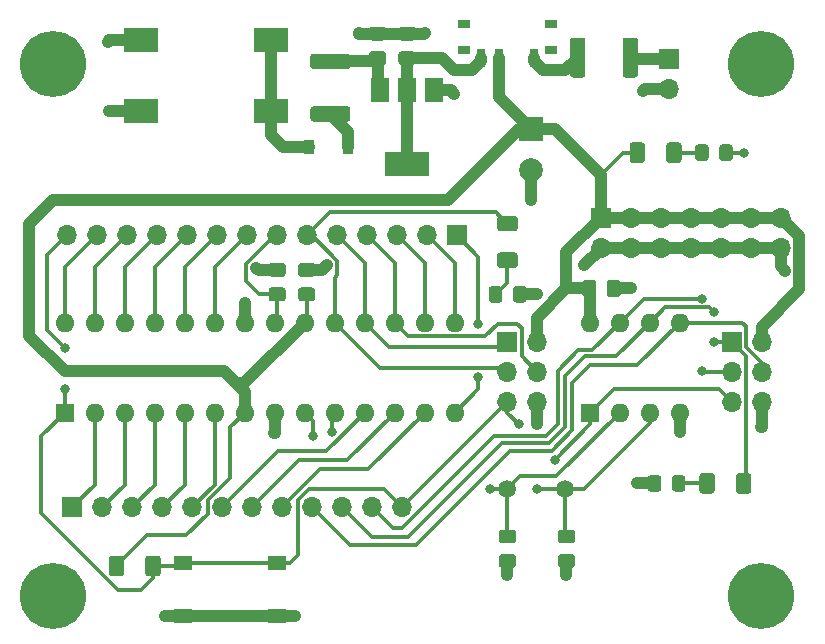
<source format=gbr>
%TF.GenerationSoftware,KiCad,Pcbnew,(5.1.7)-1*%
%TF.CreationDate,2021-07-08T13:40:54+10:00*%
%TF.ProjectId,AVRDevBoardRev1.1,41565244-6576-4426-9f61-726452657631,rev?*%
%TF.SameCoordinates,Original*%
%TF.FileFunction,Copper,L1,Top*%
%TF.FilePolarity,Positive*%
%FSLAX46Y46*%
G04 Gerber Fmt 4.6, Leading zero omitted, Abs format (unit mm)*
G04 Created by KiCad (PCBNEW (5.1.7)-1) date 2021-07-08 13:40:54*
%MOMM*%
%LPD*%
G01*
G04 APERTURE LIST*
%TA.AperFunction,ComponentPad*%
%ADD10R,2.000000X2.000000*%
%TD*%
%TA.AperFunction,ComponentPad*%
%ADD11C,2.000000*%
%TD*%
%TA.AperFunction,SMDPad,CuDef*%
%ADD12R,0.900000X1.200000*%
%TD*%
%TA.AperFunction,ComponentPad*%
%ADD13C,5.600000*%
%TD*%
%TA.AperFunction,ComponentPad*%
%ADD14R,1.700000X1.700000*%
%TD*%
%TA.AperFunction,ComponentPad*%
%ADD15O,1.700000X1.700000*%
%TD*%
%TA.AperFunction,SMDPad,CuDef*%
%ADD16R,3.000000X2.000000*%
%TD*%
%TA.AperFunction,SMDPad,CuDef*%
%ADD17R,0.700000X1.500000*%
%TD*%
%TA.AperFunction,SMDPad,CuDef*%
%ADD18R,1.000000X0.800000*%
%TD*%
%TA.AperFunction,SMDPad,CuDef*%
%ADD19R,1.550000X1.300000*%
%TD*%
%TA.AperFunction,SMDPad,CuDef*%
%ADD20R,3.800000X2.000000*%
%TD*%
%TA.AperFunction,SMDPad,CuDef*%
%ADD21R,1.500000X2.000000*%
%TD*%
%TA.AperFunction,ComponentPad*%
%ADD22R,1.600000X1.600000*%
%TD*%
%TA.AperFunction,ComponentPad*%
%ADD23O,1.600000X1.600000*%
%TD*%
%TA.AperFunction,ComponentPad*%
%ADD24C,1.500000*%
%TD*%
%TA.AperFunction,ViaPad*%
%ADD25C,0.800000*%
%TD*%
%TA.AperFunction,Conductor*%
%ADD26C,1.000000*%
%TD*%
%TA.AperFunction,Conductor*%
%ADD27C,0.300000*%
%TD*%
G04 APERTURE END LIST*
D10*
%TO.P,C1,1*%
%TO.N,+5V*%
X127500000Y-94500000D03*
D11*
%TO.P,C1,2*%
%TO.N,GND*%
X127500000Y-98000000D03*
%TD*%
%TO.P,C2,1*%
%TO.N,Net-(C2-Pad1)*%
%TA.AperFunction,SMDPad,CuDef*%
G36*
G01*
X114975000Y-89087500D02*
X114025000Y-89087500D01*
G75*
G02*
X113775000Y-88837500I0J250000D01*
G01*
X113775000Y-88162500D01*
G75*
G02*
X114025000Y-87912500I250000J0D01*
G01*
X114975000Y-87912500D01*
G75*
G02*
X115225000Y-88162500I0J-250000D01*
G01*
X115225000Y-88837500D01*
G75*
G02*
X114975000Y-89087500I-250000J0D01*
G01*
G37*
%TD.AperFunction*%
%TO.P,C2,2*%
%TO.N,GND*%
%TA.AperFunction,SMDPad,CuDef*%
G36*
G01*
X114975000Y-87012500D02*
X114025000Y-87012500D01*
G75*
G02*
X113775000Y-86762500I0J250000D01*
G01*
X113775000Y-86087500D01*
G75*
G02*
X114025000Y-85837500I250000J0D01*
G01*
X114975000Y-85837500D01*
G75*
G02*
X115225000Y-86087500I0J-250000D01*
G01*
X115225000Y-86762500D01*
G75*
G02*
X114975000Y-87012500I-250000J0D01*
G01*
G37*
%TD.AperFunction*%
%TD*%
%TO.P,C3,2*%
%TO.N,GND*%
%TA.AperFunction,SMDPad,CuDef*%
G36*
G01*
X117475000Y-87012500D02*
X116525000Y-87012500D01*
G75*
G02*
X116275000Y-86762500I0J250000D01*
G01*
X116275000Y-86087500D01*
G75*
G02*
X116525000Y-85837500I250000J0D01*
G01*
X117475000Y-85837500D01*
G75*
G02*
X117725000Y-86087500I0J-250000D01*
G01*
X117725000Y-86762500D01*
G75*
G02*
X117475000Y-87012500I-250000J0D01*
G01*
G37*
%TD.AperFunction*%
%TO.P,C3,1*%
%TO.N,Net-(C3-Pad1)*%
%TA.AperFunction,SMDPad,CuDef*%
G36*
G01*
X117475000Y-89087500D02*
X116525000Y-89087500D01*
G75*
G02*
X116275000Y-88837500I0J250000D01*
G01*
X116275000Y-88162500D01*
G75*
G02*
X116525000Y-87912500I250000J0D01*
G01*
X117475000Y-87912500D01*
G75*
G02*
X117725000Y-88162500I0J-250000D01*
G01*
X117725000Y-88837500D01*
G75*
G02*
X117475000Y-89087500I-250000J0D01*
G01*
G37*
%TD.AperFunction*%
%TD*%
%TO.P,C4,1*%
%TO.N,XTAL1*%
%TA.AperFunction,SMDPad,CuDef*%
G36*
G01*
X125025000Y-128412500D02*
X125975000Y-128412500D01*
G75*
G02*
X126225000Y-128662500I0J-250000D01*
G01*
X126225000Y-129337500D01*
G75*
G02*
X125975000Y-129587500I-250000J0D01*
G01*
X125025000Y-129587500D01*
G75*
G02*
X124775000Y-129337500I0J250000D01*
G01*
X124775000Y-128662500D01*
G75*
G02*
X125025000Y-128412500I250000J0D01*
G01*
G37*
%TD.AperFunction*%
%TO.P,C4,2*%
%TO.N,GND*%
%TA.AperFunction,SMDPad,CuDef*%
G36*
G01*
X125025000Y-130487500D02*
X125975000Y-130487500D01*
G75*
G02*
X126225000Y-130737500I0J-250000D01*
G01*
X126225000Y-131412500D01*
G75*
G02*
X125975000Y-131662500I-250000J0D01*
G01*
X125025000Y-131662500D01*
G75*
G02*
X124775000Y-131412500I0J250000D01*
G01*
X124775000Y-130737500D01*
G75*
G02*
X125025000Y-130487500I250000J0D01*
G01*
G37*
%TD.AperFunction*%
%TD*%
%TO.P,C5,2*%
%TO.N,GND*%
%TA.AperFunction,SMDPad,CuDef*%
G36*
G01*
X130025000Y-130487500D02*
X130975000Y-130487500D01*
G75*
G02*
X131225000Y-130737500I0J-250000D01*
G01*
X131225000Y-131412500D01*
G75*
G02*
X130975000Y-131662500I-250000J0D01*
G01*
X130025000Y-131662500D01*
G75*
G02*
X129775000Y-131412500I0J250000D01*
G01*
X129775000Y-130737500D01*
G75*
G02*
X130025000Y-130487500I250000J0D01*
G01*
G37*
%TD.AperFunction*%
%TO.P,C5,1*%
%TO.N,XTAL2*%
%TA.AperFunction,SMDPad,CuDef*%
G36*
G01*
X130025000Y-128412500D02*
X130975000Y-128412500D01*
G75*
G02*
X131225000Y-128662500I0J-250000D01*
G01*
X131225000Y-129337500D01*
G75*
G02*
X130975000Y-129587500I-250000J0D01*
G01*
X130025000Y-129587500D01*
G75*
G02*
X129775000Y-129337500I0J250000D01*
G01*
X129775000Y-128662500D01*
G75*
G02*
X130025000Y-128412500I250000J0D01*
G01*
G37*
%TD.AperFunction*%
%TD*%
%TO.P,C6,1*%
%TO.N,+5V*%
%TA.AperFunction,SMDPad,CuDef*%
G36*
G01*
X108975000Y-109087500D02*
X108025000Y-109087500D01*
G75*
G02*
X107775000Y-108837500I0J250000D01*
G01*
X107775000Y-108162500D01*
G75*
G02*
X108025000Y-107912500I250000J0D01*
G01*
X108975000Y-107912500D01*
G75*
G02*
X109225000Y-108162500I0J-250000D01*
G01*
X109225000Y-108837500D01*
G75*
G02*
X108975000Y-109087500I-250000J0D01*
G01*
G37*
%TD.AperFunction*%
%TO.P,C6,2*%
%TO.N,GND*%
%TA.AperFunction,SMDPad,CuDef*%
G36*
G01*
X108975000Y-107012500D02*
X108025000Y-107012500D01*
G75*
G02*
X107775000Y-106762500I0J250000D01*
G01*
X107775000Y-106087500D01*
G75*
G02*
X108025000Y-105837500I250000J0D01*
G01*
X108975000Y-105837500D01*
G75*
G02*
X109225000Y-106087500I0J-250000D01*
G01*
X109225000Y-106762500D01*
G75*
G02*
X108975000Y-107012500I-250000J0D01*
G01*
G37*
%TD.AperFunction*%
%TD*%
%TO.P,C7,1*%
%TO.N,AREF*%
%TA.AperFunction,SMDPad,CuDef*%
G36*
G01*
X106475000Y-109087500D02*
X105525000Y-109087500D01*
G75*
G02*
X105275000Y-108837500I0J250000D01*
G01*
X105275000Y-108162500D01*
G75*
G02*
X105525000Y-107912500I250000J0D01*
G01*
X106475000Y-107912500D01*
G75*
G02*
X106725000Y-108162500I0J-250000D01*
G01*
X106725000Y-108837500D01*
G75*
G02*
X106475000Y-109087500I-250000J0D01*
G01*
G37*
%TD.AperFunction*%
%TO.P,C7,2*%
%TO.N,GND*%
%TA.AperFunction,SMDPad,CuDef*%
G36*
G01*
X106475000Y-107012500D02*
X105525000Y-107012500D01*
G75*
G02*
X105275000Y-106762500I0J250000D01*
G01*
X105275000Y-106087500D01*
G75*
G02*
X105525000Y-105837500I250000J0D01*
G01*
X106475000Y-105837500D01*
G75*
G02*
X106725000Y-106087500I0J-250000D01*
G01*
X106725000Y-106762500D01*
G75*
G02*
X106475000Y-107012500I-250000J0D01*
G01*
G37*
%TD.AperFunction*%
%TD*%
%TO.P,C8,2*%
%TO.N,GND*%
%TA.AperFunction,SMDPad,CuDef*%
G36*
G01*
X133912500Y-108475000D02*
X133912500Y-107525000D01*
G75*
G02*
X134162500Y-107275000I250000J0D01*
G01*
X134837500Y-107275000D01*
G75*
G02*
X135087500Y-107525000I0J-250000D01*
G01*
X135087500Y-108475000D01*
G75*
G02*
X134837500Y-108725000I-250000J0D01*
G01*
X134162500Y-108725000D01*
G75*
G02*
X133912500Y-108475000I0J250000D01*
G01*
G37*
%TD.AperFunction*%
%TO.P,C8,1*%
%TO.N,+5V*%
%TA.AperFunction,SMDPad,CuDef*%
G36*
G01*
X131837500Y-108475000D02*
X131837500Y-107525000D01*
G75*
G02*
X132087500Y-107275000I250000J0D01*
G01*
X132762500Y-107275000D01*
G75*
G02*
X133012500Y-107525000I0J-250000D01*
G01*
X133012500Y-108475000D01*
G75*
G02*
X132762500Y-108725000I-250000J0D01*
G01*
X132087500Y-108725000D01*
G75*
G02*
X131837500Y-108475000I0J250000D01*
G01*
G37*
%TD.AperFunction*%
%TD*%
D12*
%TO.P,D1,1*%
%TO.N,Net-(D1-Pad1)*%
X112000000Y-96000000D03*
%TO.P,D1,2*%
%TO.N,DC_in*%
X108700000Y-96000000D03*
%TD*%
%TO.P,D2,1*%
%TO.N,GND*%
%TA.AperFunction,SMDPad,CuDef*%
G36*
G01*
X127125000Y-108049999D02*
X127125000Y-108950001D01*
G75*
G02*
X126875001Y-109200000I-249999J0D01*
G01*
X126224999Y-109200000D01*
G75*
G02*
X125975000Y-108950001I0J249999D01*
G01*
X125975000Y-108049999D01*
G75*
G02*
X126224999Y-107800000I249999J0D01*
G01*
X126875001Y-107800000D01*
G75*
G02*
X127125000Y-108049999I0J-249999D01*
G01*
G37*
%TD.AperFunction*%
%TO.P,D2,2*%
%TO.N,Net-(D2-Pad2)*%
%TA.AperFunction,SMDPad,CuDef*%
G36*
G01*
X125075000Y-108049999D02*
X125075000Y-108950001D01*
G75*
G02*
X124825001Y-109200000I-249999J0D01*
G01*
X124174999Y-109200000D01*
G75*
G02*
X123925000Y-108950001I0J249999D01*
G01*
X123925000Y-108049999D01*
G75*
G02*
X124174999Y-107800000I249999J0D01*
G01*
X124825001Y-107800000D01*
G75*
G02*
X125075000Y-108049999I0J-249999D01*
G01*
G37*
%TD.AperFunction*%
%TD*%
%TO.P,D3,2*%
%TO.N,Net-(D3-Pad2)*%
%TA.AperFunction,SMDPad,CuDef*%
G36*
G01*
X139425000Y-124950001D02*
X139425000Y-124049999D01*
G75*
G02*
X139674999Y-123800000I249999J0D01*
G01*
X140325001Y-123800000D01*
G75*
G02*
X140575000Y-124049999I0J-249999D01*
G01*
X140575000Y-124950001D01*
G75*
G02*
X140325001Y-125200000I-249999J0D01*
G01*
X139674999Y-125200000D01*
G75*
G02*
X139425000Y-124950001I0J249999D01*
G01*
G37*
%TD.AperFunction*%
%TO.P,D3,1*%
%TO.N,GND*%
%TA.AperFunction,SMDPad,CuDef*%
G36*
G01*
X137375000Y-124950001D02*
X137375000Y-124049999D01*
G75*
G02*
X137624999Y-123800000I249999J0D01*
G01*
X138275001Y-123800000D01*
G75*
G02*
X138525000Y-124049999I0J-249999D01*
G01*
X138525000Y-124950001D01*
G75*
G02*
X138275001Y-125200000I-249999J0D01*
G01*
X137624999Y-125200000D01*
G75*
G02*
X137375000Y-124950001I0J249999D01*
G01*
G37*
%TD.AperFunction*%
%TD*%
%TO.P,D4,1*%
%TO.N,GND*%
%TA.AperFunction,SMDPad,CuDef*%
G36*
G01*
X144575000Y-96049999D02*
X144575000Y-96950001D01*
G75*
G02*
X144325001Y-97200000I-249999J0D01*
G01*
X143674999Y-97200000D01*
G75*
G02*
X143425000Y-96950001I0J249999D01*
G01*
X143425000Y-96049999D01*
G75*
G02*
X143674999Y-95800000I249999J0D01*
G01*
X144325001Y-95800000D01*
G75*
G02*
X144575000Y-96049999I0J-249999D01*
G01*
G37*
%TD.AperFunction*%
%TO.P,D4,2*%
%TO.N,Net-(D4-Pad2)*%
%TA.AperFunction,SMDPad,CuDef*%
G36*
G01*
X142525000Y-96049999D02*
X142525000Y-96950001D01*
G75*
G02*
X142275001Y-97200000I-249999J0D01*
G01*
X141624999Y-97200000D01*
G75*
G02*
X141375000Y-96950001I0J249999D01*
G01*
X141375000Y-96049999D01*
G75*
G02*
X141624999Y-95800000I249999J0D01*
G01*
X142275001Y-95800000D01*
G75*
G02*
X142525000Y-96049999I0J-249999D01*
G01*
G37*
%TD.AperFunction*%
%TD*%
%TO.P,F2,1*%
%TO.N,Net-(D1-Pad1)*%
%TA.AperFunction,SMDPad,CuDef*%
G36*
G01*
X111950001Y-93875000D02*
X109049999Y-93875000D01*
G75*
G02*
X108800000Y-93625001I0J249999D01*
G01*
X108800000Y-92824999D01*
G75*
G02*
X109049999Y-92575000I249999J0D01*
G01*
X111950001Y-92575000D01*
G75*
G02*
X112200000Y-92824999I0J-249999D01*
G01*
X112200000Y-93625001D01*
G75*
G02*
X111950001Y-93875000I-249999J0D01*
G01*
G37*
%TD.AperFunction*%
%TO.P,F2,2*%
%TO.N,Net-(C2-Pad1)*%
%TA.AperFunction,SMDPad,CuDef*%
G36*
G01*
X111950001Y-89425000D02*
X109049999Y-89425000D01*
G75*
G02*
X108800000Y-89175001I0J249999D01*
G01*
X108800000Y-88374999D01*
G75*
G02*
X109049999Y-88125000I249999J0D01*
G01*
X111950001Y-88125000D01*
G75*
G02*
X112200000Y-88374999I0J-249999D01*
G01*
X112200000Y-89175001D01*
G75*
G02*
X111950001Y-89425000I-249999J0D01*
G01*
G37*
%TD.AperFunction*%
%TD*%
D13*
%TO.P,H1,1*%
%TO.N,GND*%
X147000000Y-89000000D03*
%TD*%
%TO.P,H2,1*%
%TO.N,GND*%
X87000000Y-89000000D03*
%TD*%
%TO.P,H3,1*%
%TO.N,GND*%
X87000000Y-134000000D03*
%TD*%
%TO.P,H4,1*%
%TO.N,GND*%
X147000000Y-134000000D03*
%TD*%
D14*
%TO.P,J1,1*%
%TO.N,Jumper_in*%
X139150000Y-88550000D03*
D15*
%TO.P,J1,2*%
%TO.N,GND*%
X139150000Y-91090000D03*
%TD*%
D14*
%TO.P,J2,1*%
%TO.N,+5V*%
X133380000Y-102000000D03*
D15*
%TO.P,J2,2*%
%TO.N,GND*%
X133380000Y-104540000D03*
%TO.P,J2,3*%
%TO.N,+5V*%
X135920000Y-102000000D03*
%TO.P,J2,4*%
%TO.N,GND*%
X135920000Y-104540000D03*
%TO.P,J2,5*%
%TO.N,+5V*%
X138460000Y-102000000D03*
%TO.P,J2,6*%
%TO.N,GND*%
X138460000Y-104540000D03*
%TO.P,J2,7*%
%TO.N,+5V*%
X141000000Y-102000000D03*
%TO.P,J2,8*%
%TO.N,GND*%
X141000000Y-104540000D03*
%TO.P,J2,9*%
%TO.N,+5V*%
X143540000Y-102000000D03*
%TO.P,J2,10*%
%TO.N,GND*%
X143540000Y-104540000D03*
%TO.P,J2,11*%
%TO.N,+5V*%
X146080000Y-102000000D03*
%TO.P,J2,12*%
%TO.N,GND*%
X146080000Y-104540000D03*
%TO.P,J2,13*%
%TO.N,+5V*%
X148620000Y-102000000D03*
%TO.P,J2,14*%
%TO.N,GND*%
X148620000Y-104540000D03*
%TD*%
D14*
%TO.P,J3,1*%
%TO.N,PD0*%
X88640000Y-126500000D03*
D15*
%TO.P,J3,2*%
%TO.N,PD1*%
X91180000Y-126500000D03*
%TO.P,J3,3*%
%TO.N,PD2*%
X93720000Y-126500000D03*
%TO.P,J3,4*%
%TO.N,PD3*%
X96260000Y-126500000D03*
%TO.P,J3,5*%
%TO.N,PD4*%
X98800000Y-126500000D03*
%TO.P,J3,6*%
%TO.N,PD5*%
X101340000Y-126500000D03*
%TO.P,J3,7*%
%TO.N,PD6*%
X103880000Y-126500000D03*
%TO.P,J3,8*%
%TO.N,PD7*%
X106420000Y-126500000D03*
%TO.P,J3,9*%
%TO.N,PB0_tiny*%
X108960000Y-126500000D03*
%TO.P,J3,10*%
%TO.N,PB1_tiny*%
X111500000Y-126500000D03*
%TO.P,J3,11*%
%TO.N,PB2_tiny*%
X114040000Y-126500000D03*
%TO.P,J3,12*%
%TO.N,RST*%
X116580000Y-126500000D03*
%TD*%
D14*
%TO.P,J4,1*%
%TO.N,PB0*%
X121200000Y-103500000D03*
D15*
%TO.P,J4,2*%
%TO.N,PB1*%
X118660000Y-103500000D03*
%TO.P,J4,3*%
%TO.N,PB2*%
X116120000Y-103500000D03*
%TO.P,J4,4*%
%TO.N,PB3*%
X113580000Y-103500000D03*
%TO.P,J4,5*%
%TO.N,PB4*%
X111040000Y-103500000D03*
%TO.P,J4,6*%
%TO.N,PB5*%
X108500000Y-103500000D03*
%TO.P,J4,7*%
%TO.N,AREF*%
X105960000Y-103500000D03*
%TO.P,J4,8*%
%TO.N,PC0*%
X103420000Y-103500000D03*
%TO.P,J4,9*%
%TO.N,PC1*%
X100880000Y-103500000D03*
%TO.P,J4,10*%
%TO.N,PC2*%
X98340000Y-103500000D03*
%TO.P,J4,11*%
%TO.N,PC3*%
X95800000Y-103500000D03*
%TO.P,J4,12*%
%TO.N,PC4*%
X93260000Y-103500000D03*
%TO.P,J4,13*%
%TO.N,PC5*%
X90720000Y-103500000D03*
%TO.P,J4,14*%
%TO.N,RST*%
X88180000Y-103500000D03*
%TD*%
D16*
%TO.P,J5,1*%
%TO.N,DC_in*%
X105500000Y-87000000D03*
X105500000Y-93000000D03*
%TO.P,J5,2*%
%TO.N,GND*%
X94500000Y-93000000D03*
%TO.P,J5,3*%
X94500000Y-87000000D03*
%TD*%
D15*
%TO.P,J6,6*%
%TO.N,GND*%
X128040000Y-117580000D03*
%TO.P,J6,5*%
%TO.N,RST*%
X125500000Y-117580000D03*
%TO.P,J6,4*%
%TO.N,PB3*%
X128040000Y-115040000D03*
%TO.P,J6,3*%
%TO.N,PB5*%
X125500000Y-115040000D03*
%TO.P,J6,2*%
%TO.N,+5V*%
X128040000Y-112500000D03*
D14*
%TO.P,J6,1*%
%TO.N,PB4*%
X125500000Y-112500000D03*
%TD*%
%TO.P,J7,1*%
%TO.N,PB1_tiny*%
X144500000Y-112500000D03*
D15*
%TO.P,J7,2*%
%TO.N,+5V*%
X147040000Y-112500000D03*
%TO.P,J7,3*%
%TO.N,PB2_tiny*%
X144500000Y-115040000D03*
%TO.P,J7,4*%
%TO.N,PB0_tiny*%
X147040000Y-115040000D03*
%TO.P,J7,5*%
%TO.N,RST*%
X144500000Y-117580000D03*
%TO.P,J7,6*%
%TO.N,GND*%
X147040000Y-117580000D03*
%TD*%
%TO.P,R1,2*%
%TO.N,+5V*%
%TA.AperFunction,SMDPad,CuDef*%
G36*
G01*
X93050000Y-130874999D02*
X93050000Y-132125001D01*
G75*
G02*
X92800001Y-132375000I-249999J0D01*
G01*
X91999999Y-132375000D01*
G75*
G02*
X91750000Y-132125001I0J249999D01*
G01*
X91750000Y-130874999D01*
G75*
G02*
X91999999Y-130625000I249999J0D01*
G01*
X92800001Y-130625000D01*
G75*
G02*
X93050000Y-130874999I0J-249999D01*
G01*
G37*
%TD.AperFunction*%
%TO.P,R1,1*%
%TO.N,RST*%
%TA.AperFunction,SMDPad,CuDef*%
G36*
G01*
X96150000Y-130874999D02*
X96150000Y-132125001D01*
G75*
G02*
X95900001Y-132375000I-249999J0D01*
G01*
X95099999Y-132375000D01*
G75*
G02*
X94850000Y-132125001I0J249999D01*
G01*
X94850000Y-130874999D01*
G75*
G02*
X95099999Y-130625000I249999J0D01*
G01*
X95900001Y-130625000D01*
G75*
G02*
X96150000Y-130874999I0J-249999D01*
G01*
G37*
%TD.AperFunction*%
%TD*%
%TO.P,R2,1*%
%TO.N,Net-(D2-Pad2)*%
%TA.AperFunction,SMDPad,CuDef*%
G36*
G01*
X126125001Y-106250000D02*
X124874999Y-106250000D01*
G75*
G02*
X124625000Y-106000001I0J249999D01*
G01*
X124625000Y-105199999D01*
G75*
G02*
X124874999Y-104950000I249999J0D01*
G01*
X126125001Y-104950000D01*
G75*
G02*
X126375000Y-105199999I0J-249999D01*
G01*
X126375000Y-106000001D01*
G75*
G02*
X126125001Y-106250000I-249999J0D01*
G01*
G37*
%TD.AperFunction*%
%TO.P,R2,2*%
%TO.N,PB5*%
%TA.AperFunction,SMDPad,CuDef*%
G36*
G01*
X126125001Y-103150000D02*
X124874999Y-103150000D01*
G75*
G02*
X124625000Y-102900001I0J249999D01*
G01*
X124625000Y-102099999D01*
G75*
G02*
X124874999Y-101850000I249999J0D01*
G01*
X126125001Y-101850000D01*
G75*
G02*
X126375000Y-102099999I0J-249999D01*
G01*
X126375000Y-102900001D01*
G75*
G02*
X126125001Y-103150000I-249999J0D01*
G01*
G37*
%TD.AperFunction*%
%TD*%
%TO.P,R3,2*%
%TO.N,PB1_tiny*%
%TA.AperFunction,SMDPad,CuDef*%
G36*
G01*
X144850000Y-125125001D02*
X144850000Y-123874999D01*
G75*
G02*
X145099999Y-123625000I249999J0D01*
G01*
X145900001Y-123625000D01*
G75*
G02*
X146150000Y-123874999I0J-249999D01*
G01*
X146150000Y-125125001D01*
G75*
G02*
X145900001Y-125375000I-249999J0D01*
G01*
X145099999Y-125375000D01*
G75*
G02*
X144850000Y-125125001I0J249999D01*
G01*
G37*
%TD.AperFunction*%
%TO.P,R3,1*%
%TO.N,Net-(D3-Pad2)*%
%TA.AperFunction,SMDPad,CuDef*%
G36*
G01*
X141750000Y-125125001D02*
X141750000Y-123874999D01*
G75*
G02*
X141999999Y-123625000I249999J0D01*
G01*
X142800001Y-123625000D01*
G75*
G02*
X143050000Y-123874999I0J-249999D01*
G01*
X143050000Y-125125001D01*
G75*
G02*
X142800001Y-125375000I-249999J0D01*
G01*
X141999999Y-125375000D01*
G75*
G02*
X141750000Y-125125001I0J249999D01*
G01*
G37*
%TD.AperFunction*%
%TD*%
%TO.P,R4,1*%
%TO.N,Net-(D4-Pad2)*%
%TA.AperFunction,SMDPad,CuDef*%
G36*
G01*
X140250000Y-95874999D02*
X140250000Y-97125001D01*
G75*
G02*
X140000001Y-97375000I-249999J0D01*
G01*
X139199999Y-97375000D01*
G75*
G02*
X138950000Y-97125001I0J249999D01*
G01*
X138950000Y-95874999D01*
G75*
G02*
X139199999Y-95625000I249999J0D01*
G01*
X140000001Y-95625000D01*
G75*
G02*
X140250000Y-95874999I0J-249999D01*
G01*
G37*
%TD.AperFunction*%
%TO.P,R4,2*%
%TO.N,+5V*%
%TA.AperFunction,SMDPad,CuDef*%
G36*
G01*
X137150000Y-95874999D02*
X137150000Y-97125001D01*
G75*
G02*
X136900001Y-97375000I-249999J0D01*
G01*
X136099999Y-97375000D01*
G75*
G02*
X135850000Y-97125001I0J249999D01*
G01*
X135850000Y-95874999D01*
G75*
G02*
X136099999Y-95625000I249999J0D01*
G01*
X136900001Y-95625000D01*
G75*
G02*
X137150000Y-95874999I0J-249999D01*
G01*
G37*
%TD.AperFunction*%
%TD*%
D17*
%TO.P,SW1,1*%
%TO.N,Net-(F1-Pad1)*%
X127750000Y-88500000D03*
%TO.P,SW1,2*%
%TO.N,+5V*%
X124750000Y-88500000D03*
%TO.P,SW1,3*%
%TO.N,Net-(C3-Pad1)*%
X123250000Y-88500000D03*
D18*
%TO.P,SW1,*%
%TO.N,*%
X129150000Y-85640000D03*
X121850000Y-85640000D03*
X121850000Y-87850000D03*
X129150000Y-87850000D03*
%TD*%
D19*
%TO.P,SW2,2*%
%TO.N,GND*%
X98025000Y-135750000D03*
%TO.P,SW2,1*%
%TO.N,RST*%
X98025000Y-131250000D03*
X105975000Y-131250000D03*
%TO.P,SW2,2*%
%TO.N,GND*%
X105975000Y-135750000D03*
%TD*%
D20*
%TO.P,U1,2*%
%TO.N,Net-(C3-Pad1)*%
X117000000Y-97500000D03*
D21*
X117000000Y-91200000D03*
%TO.P,U1,3*%
%TO.N,Net-(C2-Pad1)*%
X114700000Y-91200000D03*
%TO.P,U1,1*%
%TO.N,GND*%
X119300000Y-91200000D03*
%TD*%
D22*
%TO.P,U2,1*%
%TO.N,RST*%
X132500000Y-118500000D03*
D23*
%TO.P,U2,5*%
%TO.N,PB0_tiny*%
X140120000Y-110880000D03*
%TO.P,U2,2*%
%TO.N,XTAL1*%
X135040000Y-118500000D03*
%TO.P,U2,6*%
%TO.N,PB1_tiny*%
X137580000Y-110880000D03*
%TO.P,U2,3*%
%TO.N,XTAL2*%
X137580000Y-118500000D03*
%TO.P,U2,7*%
%TO.N,PB2_tiny*%
X135040000Y-110880000D03*
%TO.P,U2,4*%
%TO.N,GND*%
X140120000Y-118500000D03*
%TO.P,U2,8*%
%TO.N,+5V*%
X132500000Y-110880000D03*
%TD*%
D22*
%TO.P,U3,1*%
%TO.N,RST*%
X88000000Y-118500000D03*
D23*
%TO.P,U3,15*%
%TO.N,PB1*%
X121020000Y-110880000D03*
%TO.P,U3,2*%
%TO.N,PD0*%
X90540000Y-118500000D03*
%TO.P,U3,16*%
%TO.N,PB2*%
X118480000Y-110880000D03*
%TO.P,U3,3*%
%TO.N,PD1*%
X93080000Y-118500000D03*
%TO.P,U3,17*%
%TO.N,PB3*%
X115940000Y-110880000D03*
%TO.P,U3,4*%
%TO.N,PD2*%
X95620000Y-118500000D03*
%TO.P,U3,18*%
%TO.N,PB4*%
X113400000Y-110880000D03*
%TO.P,U3,5*%
%TO.N,PD3*%
X98160000Y-118500000D03*
%TO.P,U3,19*%
%TO.N,PB5*%
X110860000Y-110880000D03*
%TO.P,U3,6*%
%TO.N,PD4*%
X100700000Y-118500000D03*
%TO.P,U3,20*%
%TO.N,+5V*%
X108320000Y-110880000D03*
%TO.P,U3,7*%
X103240000Y-118500000D03*
%TO.P,U3,21*%
%TO.N,AREF*%
X105780000Y-110880000D03*
%TO.P,U3,8*%
%TO.N,GND*%
X105780000Y-118500000D03*
%TO.P,U3,22*%
X103240000Y-110880000D03*
%TO.P,U3,9*%
%TO.N,XTAL1*%
X108320000Y-118500000D03*
%TO.P,U3,23*%
%TO.N,PC0*%
X100700000Y-110880000D03*
%TO.P,U3,10*%
%TO.N,XTAL2*%
X110860000Y-118500000D03*
%TO.P,U3,24*%
%TO.N,PC1*%
X98160000Y-110880000D03*
%TO.P,U3,11*%
%TO.N,PD5*%
X113400000Y-118500000D03*
%TO.P,U3,25*%
%TO.N,PC2*%
X95620000Y-110880000D03*
%TO.P,U3,12*%
%TO.N,PD6*%
X115940000Y-118500000D03*
%TO.P,U3,26*%
%TO.N,PC3*%
X93080000Y-110880000D03*
%TO.P,U3,13*%
%TO.N,PD7*%
X118480000Y-118500000D03*
%TO.P,U3,27*%
%TO.N,PC4*%
X90540000Y-110880000D03*
%TO.P,U3,14*%
%TO.N,PB0*%
X121020000Y-118500000D03*
%TO.P,U3,28*%
%TO.N,PC5*%
X88000000Y-110880000D03*
%TD*%
D24*
%TO.P,Y1,1*%
%TO.N,XTAL1*%
X125500000Y-125000000D03*
%TO.P,Y1,2*%
%TO.N,XTAL2*%
X130400000Y-125000000D03*
%TD*%
%TO.P,F1,1*%
%TO.N,Net-(F1-Pad1)*%
%TA.AperFunction,SMDPad,CuDef*%
G36*
G01*
X130800000Y-89900001D02*
X130800000Y-86999999D01*
G75*
G02*
X131049999Y-86750000I249999J0D01*
G01*
X131850001Y-86750000D01*
G75*
G02*
X132100000Y-86999999I0J-249999D01*
G01*
X132100000Y-89900001D01*
G75*
G02*
X131850001Y-90150000I-249999J0D01*
G01*
X131049999Y-90150000D01*
G75*
G02*
X130800000Y-89900001I0J249999D01*
G01*
G37*
%TD.AperFunction*%
%TO.P,F1,2*%
%TO.N,Jumper_in*%
%TA.AperFunction,SMDPad,CuDef*%
G36*
G01*
X135250000Y-89900001D02*
X135250000Y-86999999D01*
G75*
G02*
X135499999Y-86750000I249999J0D01*
G01*
X136300001Y-86750000D01*
G75*
G02*
X136550000Y-86999999I0J-249999D01*
G01*
X136550000Y-89900001D01*
G75*
G02*
X136300001Y-90150000I-249999J0D01*
G01*
X135499999Y-90150000D01*
G75*
G02*
X135250000Y-89900001I0J249999D01*
G01*
G37*
%TD.AperFunction*%
%TD*%
D25*
%TO.N,GND*%
X136000000Y-108000000D03*
X132000000Y-106000000D03*
X149000000Y-106500000D03*
X137000000Y-91250000D03*
X147000000Y-119750000D03*
X136500000Y-124500000D03*
X130500000Y-132250000D03*
X125500000Y-132250000D03*
X128000000Y-108500000D03*
X107500000Y-135750000D03*
X96500000Y-135750000D03*
X104250000Y-106250000D03*
X110250000Y-106000000D03*
X103250000Y-109250000D03*
X128000000Y-119500000D03*
X105750000Y-120250000D03*
X91700000Y-87100000D03*
X91800000Y-93000000D03*
X112900000Y-86400000D03*
X118500000Y-86400000D03*
X127500000Y-100500000D03*
X145500000Y-96500000D03*
X121000000Y-91500000D03*
X140100000Y-120160000D03*
%TO.N,XTAL1*%
X124000000Y-125000000D03*
X109000000Y-120500000D03*
%TO.N,XTAL2*%
X128000000Y-125000000D03*
X110669669Y-120169669D03*
%TO.N,PB1_tiny*%
X143000000Y-112500000D03*
X143000000Y-110000000D03*
%TO.N,PB2_tiny*%
X142000000Y-115000000D03*
X142000000Y-108850001D03*
%TO.N,RST*%
X126500000Y-119500000D03*
X129500000Y-122500000D03*
X88000000Y-116500000D03*
X88000000Y-113000000D03*
%TO.N,PB0*%
X123000000Y-111000000D03*
X123000000Y-115500000D03*
%TD*%
D26*
%TO.N,GND*%
X133380000Y-104540000D02*
X135920000Y-104540000D01*
X135920000Y-104540000D02*
X138460000Y-104540000D01*
X138460000Y-104540000D02*
X141000000Y-104540000D01*
X141000000Y-104540000D02*
X143540000Y-104540000D01*
X143540000Y-104540000D02*
X146080000Y-104540000D01*
X146080000Y-104540000D02*
X148620000Y-104540000D01*
X134500000Y-108000000D02*
X136000000Y-108000000D01*
X133380000Y-104620000D02*
X132000000Y-106000000D01*
X133380000Y-104540000D02*
X133380000Y-104620000D01*
X148620000Y-106120000D02*
X149000000Y-106500000D01*
X148620000Y-104540000D02*
X148620000Y-106120000D01*
X137160000Y-91090000D02*
X137000000Y-91250000D01*
X139150000Y-91090000D02*
X137160000Y-91090000D01*
X147040000Y-119710000D02*
X147000000Y-119750000D01*
X147040000Y-117580000D02*
X147040000Y-119710000D01*
X137950000Y-124500000D02*
X136500000Y-124500000D01*
X130500000Y-131075000D02*
X130500000Y-132250000D01*
X125500000Y-131075000D02*
X125500000Y-132250000D01*
X126550000Y-108500000D02*
X128000000Y-108500000D01*
X105975000Y-135750000D02*
X107500000Y-135750000D01*
X98025000Y-135750000D02*
X96500000Y-135750000D01*
X104425000Y-106425000D02*
X104250000Y-106250000D01*
X106000000Y-106425000D02*
X104425000Y-106425000D01*
X109825000Y-106425000D02*
X110250000Y-106000000D01*
X108500000Y-106425000D02*
X109825000Y-106425000D01*
X103240000Y-109260000D02*
X103250000Y-109250000D01*
X103240000Y-110880000D02*
X103240000Y-109260000D01*
X128040000Y-119460000D02*
X128000000Y-119500000D01*
X128040000Y-117580000D02*
X128040000Y-119460000D01*
X105780000Y-120220000D02*
X105750000Y-120250000D01*
X105780000Y-118500000D02*
X105780000Y-120220000D01*
X91800000Y-87000000D02*
X91700000Y-87100000D01*
X94500000Y-87000000D02*
X91800000Y-87000000D01*
X94500000Y-93000000D02*
X91800000Y-93000000D01*
X112925000Y-86425000D02*
X112900000Y-86400000D01*
X114500000Y-86425000D02*
X112925000Y-86425000D01*
X118475000Y-86425000D02*
X118500000Y-86400000D01*
X117000000Y-86425000D02*
X118475000Y-86425000D01*
X114500000Y-86425000D02*
X117000000Y-86425000D01*
X98025000Y-135750000D02*
X105975000Y-135750000D01*
X127500000Y-98000000D02*
X127500000Y-100500000D01*
D27*
X144000000Y-96500000D02*
X145500000Y-96500000D01*
D26*
X120700000Y-91200000D02*
X121000000Y-91500000D01*
X119300000Y-91200000D02*
X120700000Y-91200000D01*
X140120000Y-120140000D02*
X140100000Y-120160000D01*
X140120000Y-118500000D02*
X140120000Y-120140000D01*
%TO.N,+5V*%
X124750000Y-91750000D02*
X127500000Y-94500000D01*
X124750000Y-88500000D02*
X124750000Y-91750000D01*
X127500000Y-94500000D02*
X129500000Y-94500000D01*
X133380000Y-98380000D02*
X133380000Y-102000000D01*
X129500000Y-94500000D02*
X133380000Y-98380000D01*
X133380000Y-102000000D02*
X135920000Y-102000000D01*
X135920000Y-102000000D02*
X138460000Y-102000000D01*
X138460000Y-102000000D02*
X141000000Y-102000000D01*
X141000000Y-102000000D02*
X143540000Y-102000000D01*
X143540000Y-102000000D02*
X146080000Y-102000000D01*
X146080000Y-102000000D02*
X148620000Y-102000000D01*
X132500000Y-108075000D02*
X132425000Y-108000000D01*
X132500000Y-110880000D02*
X132500000Y-108075000D01*
D27*
X92400000Y-131500000D02*
X95000000Y-128900000D01*
X100139999Y-125867121D02*
X102000000Y-124007120D01*
X100139999Y-127076001D02*
X100139999Y-125867121D01*
X98316000Y-128900000D02*
X100139999Y-127076001D01*
X95000000Y-128900000D02*
X98316000Y-128900000D01*
X102000000Y-119740000D02*
X103240000Y-118500000D01*
X102000000Y-124007120D02*
X102000000Y-119740000D01*
X108500000Y-110700000D02*
X108320000Y-110880000D01*
X108500000Y-108500000D02*
X108500000Y-110700000D01*
X135260000Y-96500000D02*
X133380000Y-98380000D01*
X136500000Y-96500000D02*
X135260000Y-96500000D01*
D26*
X132425000Y-108000000D02*
X130500000Y-108000000D01*
X128040000Y-110460000D02*
X128040000Y-112500000D01*
X130500000Y-108000000D02*
X128040000Y-110460000D01*
X130500000Y-104880000D02*
X133380000Y-102000000D01*
X130500000Y-108000000D02*
X130500000Y-104880000D01*
X147040000Y-112500000D02*
X147040000Y-111234990D01*
X150170001Y-103550001D02*
X148620000Y-102000000D01*
X150170001Y-105972931D02*
X150170001Y-103550001D01*
X150200009Y-106002939D02*
X150170001Y-105972931D01*
X150200009Y-108074981D02*
X150200009Y-106002939D01*
X147040000Y-111234990D02*
X150200009Y-108074981D01*
X88000000Y-115000000D02*
X101500000Y-115000000D01*
X85000000Y-112000000D02*
X88000000Y-115000000D01*
X85000000Y-102500000D02*
X85000000Y-112000000D01*
X103240000Y-116740000D02*
X103240000Y-118500000D01*
X87000000Y-100500000D02*
X85000000Y-102500000D01*
X120500000Y-100500000D02*
X87000000Y-100500000D01*
X126500000Y-94500000D02*
X120500000Y-100500000D01*
X127500000Y-94500000D02*
X126500000Y-94500000D01*
X103200000Y-116000000D02*
X108320000Y-110880000D01*
X102500000Y-116000000D02*
X103200000Y-116000000D01*
X101500000Y-115000000D02*
X102500000Y-116000000D01*
X102500000Y-116000000D02*
X103240000Y-116740000D01*
%TO.N,Net-(C2-Pad1)*%
X114225000Y-88775000D02*
X114500000Y-88500000D01*
X110500000Y-88775000D02*
X114225000Y-88775000D01*
X114500000Y-91000000D02*
X114700000Y-91200000D01*
X114500000Y-88500000D02*
X114500000Y-91000000D01*
%TO.N,Net-(C3-Pad1)*%
X117000000Y-88500000D02*
X117000000Y-91200000D01*
X117000000Y-91200000D02*
X117000000Y-97500000D01*
X123250000Y-88500000D02*
X123250000Y-88750000D01*
X123250000Y-88750000D02*
X122500000Y-89500000D01*
X122500000Y-89500000D02*
X121000000Y-89500000D01*
X120000000Y-88500000D02*
X117000000Y-88500000D01*
X121000000Y-89500000D02*
X120000000Y-88500000D01*
D27*
%TO.N,XTAL1*%
X125500000Y-125000000D02*
X125500000Y-129000000D01*
X126600001Y-123899999D02*
X129640001Y-123899999D01*
X129640001Y-123899999D02*
X135040000Y-118500000D01*
X125500000Y-125000000D02*
X126600001Y-123899999D01*
X125500000Y-125000000D02*
X124000000Y-125000000D01*
X109000000Y-119180000D02*
X108320000Y-118500000D01*
X109000000Y-120500000D02*
X109000000Y-119180000D01*
%TO.N,XTAL2*%
X130400000Y-128900000D02*
X130500000Y-129000000D01*
X130400000Y-125000000D02*
X130400000Y-128900000D01*
X130400000Y-125000000D02*
X132000000Y-125000000D01*
X137580000Y-119420000D02*
X137580000Y-118500000D01*
X132000000Y-125000000D02*
X137580000Y-119420000D01*
X130400000Y-125000000D02*
X128000000Y-125000000D01*
X110669669Y-118690331D02*
X110860000Y-118500000D01*
X110669669Y-120169669D02*
X110669669Y-118690331D01*
%TO.N,AREF*%
X106000000Y-110660000D02*
X105780000Y-110880000D01*
X106000000Y-108500000D02*
X106000000Y-110660000D01*
X106000000Y-108500000D02*
X104500000Y-108500000D01*
X105797906Y-103500000D02*
X105960000Y-103500000D01*
X103399992Y-105897914D02*
X105797906Y-103500000D01*
X103399992Y-107399992D02*
X103399992Y-105897914D01*
X104500000Y-108500000D02*
X103399992Y-107399992D01*
D26*
%TO.N,Net-(D1-Pad1)*%
X112000000Y-94725000D02*
X110500000Y-93225000D01*
X112000000Y-96000000D02*
X112000000Y-94725000D01*
%TO.N,DC_in*%
X105500000Y-87000000D02*
X105500000Y-93000000D01*
X105500000Y-93000000D02*
X105500000Y-95000000D01*
X106500000Y-96000000D02*
X108700000Y-96000000D01*
X105500000Y-95000000D02*
X106500000Y-96000000D01*
D27*
%TO.N,Net-(D2-Pad2)*%
X125500000Y-107500000D02*
X124500000Y-108500000D01*
X125500000Y-105600000D02*
X125500000Y-107500000D01*
%TO.N,Net-(D3-Pad2)*%
X140000000Y-124500000D02*
X142400000Y-124500000D01*
%TO.N,Net-(D4-Pad2)*%
X139600000Y-96500000D02*
X141950000Y-96500000D01*
%TO.N,PB0_tiny*%
X132500000Y-114500000D02*
X136500000Y-114500000D01*
X131000000Y-120000000D02*
X131000000Y-116000000D01*
X136500000Y-114500000D02*
X140120000Y-110880000D01*
X129250000Y-121750000D02*
X131000000Y-120000000D01*
X125750000Y-121750000D02*
X129250000Y-121750000D01*
X131000000Y-116000000D02*
X132500000Y-114500000D01*
X117750000Y-129750000D02*
X125750000Y-121750000D01*
X112210000Y-129750000D02*
X117750000Y-129750000D01*
X108960000Y-126500000D02*
X112210000Y-129750000D01*
X145700001Y-112936003D02*
X145700001Y-111200001D01*
X147040000Y-114276002D02*
X145700001Y-112936003D01*
X147040000Y-115040000D02*
X147040000Y-114276002D01*
X145380000Y-110880000D02*
X140120000Y-110880000D01*
X145700001Y-111200001D02*
X145380000Y-110880000D01*
%TO.N,PB1_tiny*%
X134710000Y-113750000D02*
X137580000Y-110880000D01*
X134709990Y-113750010D02*
X134710000Y-113750000D01*
X130400000Y-119700000D02*
X130400000Y-115400000D01*
X132049990Y-113750010D02*
X134709990Y-113750010D01*
X129000000Y-121100000D02*
X130400000Y-119700000D01*
X130400000Y-115400000D02*
X132049990Y-113750010D01*
X125000000Y-121100000D02*
X129000000Y-121100000D01*
X117100000Y-129000000D02*
X125000000Y-121100000D01*
X114000000Y-129000000D02*
X117100000Y-129000000D01*
X111500000Y-126500000D02*
X114000000Y-129000000D01*
X145700001Y-113700001D02*
X144500000Y-112500000D01*
X145700001Y-124299999D02*
X145700001Y-113700001D01*
X145500000Y-124500000D02*
X145700001Y-124299999D01*
X144500000Y-112500000D02*
X143000000Y-112500000D01*
X138859999Y-109600001D02*
X137580000Y-110880000D01*
X142600001Y-109600001D02*
X138859999Y-109600001D01*
X143000000Y-110000000D02*
X142600001Y-109600001D01*
%TO.N,PB2_tiny*%
X132670000Y-113250000D02*
X135040000Y-110880000D01*
X131500000Y-113250000D02*
X132670000Y-113250000D01*
X129750000Y-115000000D02*
X131500000Y-113250000D01*
X128750000Y-120500000D02*
X129750000Y-119500000D01*
X124356002Y-120500000D02*
X128750000Y-120500000D01*
X116606002Y-128250000D02*
X124356002Y-120500000D01*
X115790000Y-128250000D02*
X116606002Y-128250000D01*
X129750000Y-119500000D02*
X129750000Y-115000000D01*
X114040000Y-126500000D02*
X115790000Y-128250000D01*
X142040000Y-115040000D02*
X142000000Y-115000000D01*
X144500000Y-115040000D02*
X142040000Y-115040000D01*
X137069999Y-108850001D02*
X135040000Y-110880000D01*
X142000000Y-108850001D02*
X137069999Y-108850001D01*
%TO.N,RST*%
X116580000Y-126500000D02*
X125500000Y-117580000D01*
X107759999Y-125923999D02*
X108683998Y-125000000D01*
X107759999Y-130540001D02*
X107759999Y-125923999D01*
X107050000Y-131250000D02*
X107759999Y-130540001D01*
X105975000Y-131250000D02*
X107050000Y-131250000D01*
X115080000Y-125000000D02*
X116580000Y-126500000D01*
X108683998Y-125000000D02*
X115080000Y-125000000D01*
X98025000Y-131250000D02*
X105975000Y-131250000D01*
X97775000Y-131500000D02*
X98025000Y-131250000D01*
X95500000Y-131500000D02*
X97775000Y-131500000D01*
X95500000Y-131500000D02*
X95500000Y-132500000D01*
X95500000Y-132500000D02*
X94500000Y-133500000D01*
X92526454Y-133500000D02*
X86000000Y-126973546D01*
X94500000Y-133500000D02*
X92526454Y-133500000D01*
X86000000Y-120500000D02*
X88000000Y-118500000D01*
X86000000Y-126973546D02*
X86000000Y-120500000D01*
X132500000Y-118500000D02*
X134500000Y-116500000D01*
X143420000Y-116500000D02*
X144500000Y-117580000D01*
X134500000Y-116500000D02*
X143420000Y-116500000D01*
X125500000Y-118500000D02*
X126500000Y-119500000D01*
X125500000Y-117580000D02*
X125500000Y-118500000D01*
X132500000Y-119500000D02*
X132500000Y-118500000D01*
X129500000Y-122500000D02*
X132500000Y-119500000D01*
X88000000Y-118500000D02*
X88000000Y-116500000D01*
X88000000Y-113000000D02*
X86500000Y-111500000D01*
X86500000Y-105180000D02*
X88180000Y-103500000D01*
X86500000Y-111500000D02*
X86500000Y-105180000D01*
%TO.N,PB0*%
X121020000Y-118500000D02*
X123000000Y-116520000D01*
X123000000Y-105300000D02*
X121200000Y-103500000D01*
X123000000Y-111000000D02*
X123000000Y-105300000D01*
X123000000Y-116520000D02*
X123000000Y-115500000D01*
%TO.N,PB1*%
X121020000Y-105860000D02*
X118660000Y-103500000D01*
X121020000Y-110880000D02*
X121020000Y-105860000D01*
%TO.N,PB2*%
X118480000Y-105860000D02*
X116120000Y-103500000D01*
X118480000Y-110880000D02*
X118480000Y-105860000D01*
%TO.N,PC5*%
X88000000Y-106220000D02*
X90720000Y-103500000D01*
X88000000Y-110880000D02*
X88000000Y-106220000D01*
%TO.N,PC4*%
X90540000Y-106220000D02*
X93260000Y-103500000D01*
X90540000Y-110880000D02*
X90540000Y-106220000D01*
%TO.N,PC3*%
X93080000Y-106220000D02*
X95800000Y-103500000D01*
X93080000Y-110880000D02*
X93080000Y-106220000D01*
%TO.N,PC2*%
X95620000Y-106220000D02*
X98340000Y-103500000D01*
X95620000Y-110880000D02*
X95620000Y-106220000D01*
%TO.N,PC1*%
X98160000Y-106220000D02*
X100880000Y-103500000D01*
X98160000Y-110880000D02*
X98160000Y-106220000D01*
%TO.N,PC0*%
X100700000Y-106220000D02*
X103420000Y-103500000D01*
X100700000Y-110880000D02*
X100700000Y-106220000D01*
%TO.N,PD0*%
X90540000Y-124600000D02*
X88640000Y-126500000D01*
X90540000Y-118500000D02*
X90540000Y-124600000D01*
%TO.N,PD1*%
X93080000Y-124600000D02*
X91180000Y-126500000D01*
X93080000Y-118500000D02*
X93080000Y-124600000D01*
%TO.N,PD2*%
X95620000Y-124600000D02*
X93720000Y-126500000D01*
X95620000Y-118500000D02*
X95620000Y-124600000D01*
%TO.N,PD3*%
X98160000Y-124600000D02*
X96260000Y-126500000D01*
X98160000Y-118500000D02*
X98160000Y-124600000D01*
%TO.N,PD4*%
X100700000Y-124600000D02*
X98800000Y-126500000D01*
X100700000Y-118500000D02*
X100700000Y-124600000D01*
%TO.N,PD5*%
X110150000Y-121750000D02*
X113400000Y-118500000D01*
X106090000Y-121750000D02*
X110150000Y-121750000D01*
X101340000Y-126500000D02*
X106090000Y-121750000D01*
%TO.N,PD6*%
X103880000Y-126500000D02*
X107880000Y-122500000D01*
X111940000Y-122500000D02*
X115940000Y-118500000D01*
X107880000Y-122500000D02*
X111940000Y-122500000D01*
%TO.N,PD7*%
X106420000Y-126500000D02*
X109670000Y-123250000D01*
X113730000Y-123250000D02*
X118480000Y-118500000D01*
X109670000Y-123250000D02*
X113730000Y-123250000D01*
D26*
%TO.N,Jumper_in*%
X136000000Y-88550000D02*
X135900000Y-88450000D01*
X139150000Y-88550000D02*
X136000000Y-88550000D01*
D27*
%TO.N,PB3*%
X115940000Y-105860000D02*
X113580000Y-103500000D01*
X115940000Y-110880000D02*
X115940000Y-105860000D01*
X126700001Y-111369999D02*
X126700001Y-113700001D01*
X126700001Y-113700001D02*
X128040000Y-115040000D01*
X117090001Y-112030001D02*
X123639997Y-112030001D01*
X115940000Y-110880000D02*
X117090001Y-112030001D01*
X123639997Y-112030001D02*
X124669998Y-111000000D01*
X126330002Y-111000000D02*
X126700001Y-111369999D01*
X124669998Y-111000000D02*
X126330002Y-111000000D01*
%TO.N,PB4*%
X113400000Y-105860000D02*
X111040000Y-103500000D01*
X113400000Y-110880000D02*
X113400000Y-105860000D01*
X113400000Y-110880000D02*
X115500000Y-112980000D01*
X125020000Y-112980000D02*
X125500000Y-112500000D01*
X115500000Y-112980000D02*
X125020000Y-112980000D01*
%TO.N,PB5*%
X110860000Y-110880000D02*
X110860000Y-107140000D01*
X108952094Y-103500000D02*
X108500000Y-103500000D01*
X111100008Y-106899992D02*
X111100008Y-105647914D01*
X111100008Y-105647914D02*
X108952094Y-103500000D01*
X110860000Y-107140000D02*
X111100008Y-106899992D01*
X110500000Y-101500000D02*
X108500000Y-103500000D01*
X124500000Y-101500000D02*
X110500000Y-101500000D01*
X125500000Y-102500000D02*
X124500000Y-101500000D01*
X125209999Y-114749999D02*
X125500000Y-115040000D01*
X114729999Y-114749999D02*
X125209999Y-114749999D01*
X110860000Y-110880000D02*
X114729999Y-114749999D01*
D26*
%TO.N,Net-(F1-Pad1)*%
X127750000Y-88500000D02*
X127750000Y-88750000D01*
X127750000Y-88750000D02*
X128500000Y-89500000D01*
X130400000Y-89500000D02*
X131450000Y-88450000D01*
X128500000Y-89500000D02*
X130400000Y-89500000D01*
%TD*%
M02*

</source>
